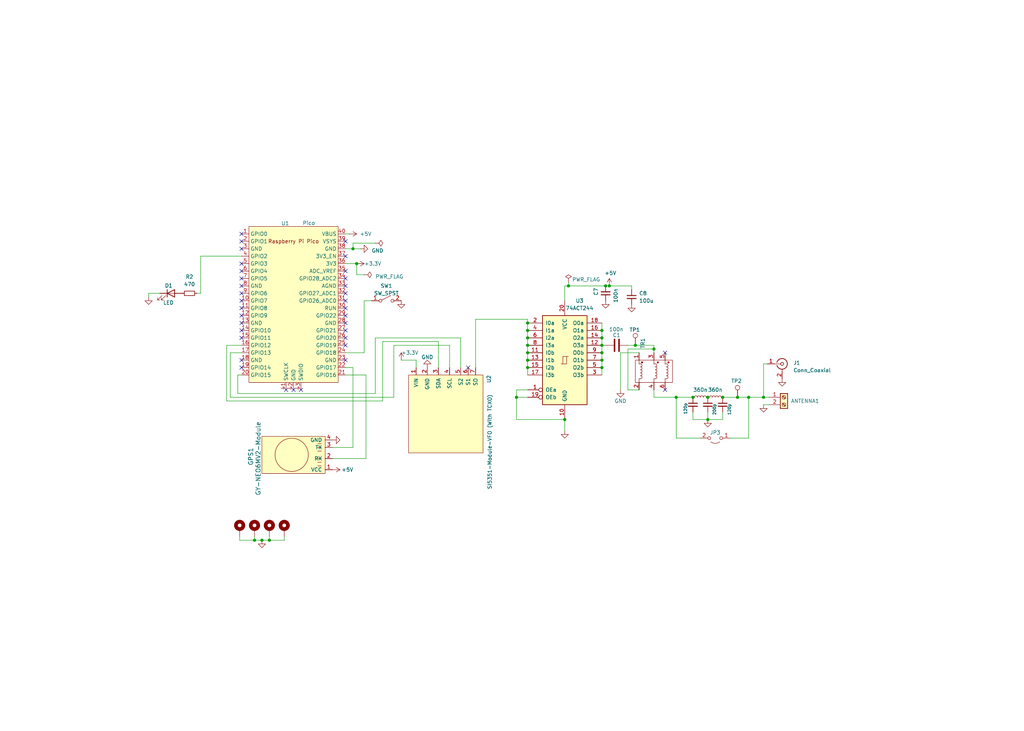
<source format=kicad_sch>
(kicad_sch (version 20230121) (generator eeschema)
  (paper "User" 350.012 250.012)
  (title_block (title "Minimal, reliable, cheap WSPR + FT8 beacon - \"Rogue Radio\"") (date "2023-07-29") (rev "V3-Prod") (company "Dhiru Kholia (VU3CER)"))
  (lib_symbols
    (symbol "74xx:74LS244" (pin_names (offset 1.016))
      (property "Reference" "U" (at -7.62 16.51 0))
      (property "Value" "74LS244" (at -7.62 -16.51 0))
      (symbol "74LS244_1_0"
        (polyline (pts (xy -0.635 -1.27) (xy -0.635 1.27) (xy 0.635 1.27)))
        (polyline (pts (xy -1.27 -1.27) (xy 0.635 -1.27) (xy 0.635 1.27) (xy 1.27 1.27)))
        (pin input inverted (at -12.7 -10.16 0) (length 5.08) (name "OEa") (number "1"))
        (pin power_in line (at 0 -20.32 90) (length 5.08) (name "GND") (number "10"))
        (pin input line (at -12.7 2.54 0) (length 5.08) (name "I0b") (number "11"))
        (pin tri_state line (at 12.7 5.08 180) (length 5.08) (name "O3a") (number "12"))
        (pin input line (at -12.7 0 0) (length 5.08) (name "I1b") (number "13"))
        (pin tri_state line (at 12.7 7.62 180) (length 5.08) (name "O2a") (number "14"))
        (pin input line (at -12.7 -2.54 0) (length 5.08) (name "I2b") (number "15"))
        (pin tri_state line (at 12.7 10.16 180) (length 5.08) (name "O1a") (number "16"))
        (pin input line (at -12.7 -5.08 0) (length 5.08) (name "I3b") (number "17"))
        (pin tri_state line (at 12.7 12.7 180) (length 5.08) (name "O0a") (number "18"))
        (pin input inverted (at -12.7 -12.7 0) (length 5.08) (name "OEb") (number "19"))
        (pin input line (at -12.7 12.7 0) (length 5.08) (name "I0a") (number "2"))
        (pin power_in line (at 0 20.32 270) (length 5.08) (name "VCC") (number "20"))
        (pin tri_state line (at 12.7 -5.08 180) (length 5.08) (name "O3b") (number "3"))
        (pin input line (at -12.7 10.16 0) (length 5.08) (name "I1a") (number "4"))
        (pin tri_state line (at 12.7 -2.54 180) (length 5.08) (name "O2b") (number "5"))
        (pin input line (at -12.7 7.62 0) (length 5.08) (name "I2a") (number "6"))
        (pin tri_state line (at 12.7 0 180) (length 5.08) (name "O1b") (number "7"))
        (pin input line (at -12.7 5.08 0) (length 5.08) (name "I3a") (number "8"))
        (pin tri_state line (at 12.7 2.54 180) (length 5.08) (name "O0b") (number "9"))
      )
      (symbol "74LS244_1_1"
        (rectangle (start -7.62 15.24) (end 7.62 -15.24) (stroke (width 0.254)) (fill (type background)))
      )
    )
    (symbol "Connector:Conn_Coaxial" (pin_names (offset 1.016) hide)
      (property "Reference" "J" (at 0.254 3.048 0))
      (property "Value" "Conn_Coaxial" (at 2.921 0 90))
      (symbol "Conn_Coaxial_0_1"
        (arc (start -1.778 -0.508) (mid 0.2311 -1.8066) (end 1.778 0) (stroke (width 0.254)))
        (polyline (pts (xy -2.54 0) (xy -0.508 0)))
        (polyline (pts (xy 0 -2.54) (xy 0 -1.778)))
        (circle (center 0 0) (radius 0.508) (stroke (width 0.2032)))
        (arc (start 1.778 0) (mid 0.2099 1.8101) (end -1.778 0.508) (stroke (width 0.254)))
      )
      (symbol "Conn_Coaxial_1_1"
        (pin passive line (at -5.08 0 0) (length 2.54) (name "In") (number "1"))
        (pin passive line (at 0 -5.08 90) (length 2.54) (name "Ext") (number "2"))
      )
    )
    (symbol "Connector:Screw_Terminal_01x02" (pin_names (offset 1.016) hide)
      (property "Reference" "J" (at 0 2.54 0))
      (property "Value" "Screw_Terminal_01x02" (at 0 -5.08 0))
      (symbol "Screw_Terminal_01x02_1_1"
        (rectangle (start -1.27 1.27) (end 1.27 -3.81) (stroke (width 0.254)) (fill (type background)))
        (circle (center 0 -2.54) (radius 0.635) (stroke (width 0.1524)))
        (polyline (pts (xy -0.5334 -2.2098) (xy 0.3302 -3.048)) (stroke (width 0.1524)))
        (polyline (pts (xy -0.5334 0.3302) (xy 0.3302 -0.508)) (stroke (width 0.1524)))
        (polyline (pts (xy -0.3556 -2.032) (xy 0.508 -2.8702)) (stroke (width 0.1524)))
        (polyline (pts (xy -0.3556 0.508) (xy 0.508 -0.3302)) (stroke (width 0.1524)))
        (circle (center 0 0) (radius 0.635) (stroke (width 0.1524)))
        (pin passive line (at -5.08 0 0) (length 3.81) (name "Pin_1") (number "1"))
        (pin passive line (at -5.08 -2.54 0) (length 3.81) (name "Pin_2") (number "2"))
      )
    )
    (symbol "Connector:TestPoint" (pin_numbers hide) (pin_names (offset 0.762) hide)
      (property "Reference" "TP" (at 0 6.858 0))
      (property "Value" "TestPoint" (at 0 5.08 0))
      (symbol "TestPoint_0_1"
        (circle (center 0 3.302) (radius 0.762))
      )
      (symbol "TestPoint_1_1"
        (pin passive line (at 0 0 90) (length 2.54) (name "1") (number "1"))
      )
    )
    (symbol "Control-Board-rescue:SI5351Module_2-VFO-SDR_SSB-rescue-Hack-v1-rescue" (pin_names (offset 1.016))
      (property "Reference" "U" (at 0 0 0))
      (property "Value" "SI5351Module_2-VFO-SDR_SSB-rescue-Hack-v1-rescue" (at 0 0 0))
      (symbol "SI5351Module_2-VFO-SDR_SSB-rescue-Hack-v1-rescue_0_1"
        (rectangle (start -12.7 12.7) (end 13.97 -12.7) (fill (type background)))
      )
      (symbol "SI5351Module_2-VFO-SDR_SSB-rescue-Hack-v1-rescue_1_1"
        (pin input line (at -15.24 -10.16 0) (length 2.54) (name "VIN") (number "1"))
        (pin input line (at -15.24 -6.35 0) (length 2.54) (name "GND") (number "2"))
        (pin input line (at -15.24 -2.54 0) (length 2.54) (name "SDA") (number "3"))
        (pin input line (at -15.24 1.27 0) (length 2.54) (name "SCL") (number "4"))
        (pin output line (at -15.24 5.08 0) (length 2.54) (name "S2") (number "5"))
        (pin output line (at -15.24 7.62 0) (length 2.54) (name "S1") (number "6"))
        (pin output line (at -15.24 10.16 0) (length 2.54) (name "SO") (number "7"))
      )
    )
    (symbol "Device:C" (pin_numbers hide) (pin_names (offset 0.254))
      (property "Reference" "C" (at 0.635 2.54 0))
      (property "Value" "C" (at 0.635 -2.54 0))
      (symbol "C_0_1"
        (polyline (pts (xy -2.032 -0.762) (xy 2.032 -0.762)) (stroke (width 0.508)))
        (polyline (pts (xy -2.032 0.762) (xy 2.032 0.762)) (stroke (width 0.508)))
      )
      (symbol "C_1_1"
        (pin passive line (at 0 3.81 270) (length 2.794) (name "~") (number "1"))
        (pin passive line (at 0 -3.81 90) (length 2.794) (name "~") (number "2"))
      )
    )
    (symbol "Device:C_Small" (pin_numbers hide) (pin_names (offset 0.254) hide)
      (property "Reference" "C" (at 0.254 1.778 0))
      (property "Value" "C_Small" (at 0.254 -2.032 0))
      (symbol "C_Small_0_1"
        (polyline (pts (xy -1.524 -0.508) (xy 1.524 -0.508)) (stroke (width 0.3302)))
        (polyline (pts (xy -1.524 0.508) (xy 1.524 0.508)) (stroke (width 0.3048)))
      )
      (symbol "C_Small_1_1"
        (pin passive line (at 0 2.54 270) (length 2.032) (name "~") (number "1"))
        (pin passive line (at 0 -2.54 90) (length 2.032) (name "~") (number "2"))
      )
    )
    (symbol "Device:LED" (pin_numbers hide) (pin_names (offset 1.016) hide)
      (property "Reference" "D" (at 0 2.54 0))
      (property "Value" "LED" (at 0 -2.54 0))
      (symbol "LED_0_1"
        (polyline (pts (xy -1.27 -1.27) (xy -1.27 1.27)) (stroke (width 0.254)))
        (polyline (pts (xy -1.27 0) (xy 1.27 0)))
        (polyline (pts (xy 1.27 -1.27) (xy 1.27 1.27) (xy -1.27 0) (xy 1.27 -1.27)) (stroke (width 0.254)))
        (polyline (pts (xy -3.048 -0.762) (xy -4.572 -2.286) (xy -3.81 -2.286) (xy -4.572 -2.286) (xy -4.572 -1.524)))
        (polyline (pts (xy -1.778 -0.762) (xy -3.302 -2.286) (xy -2.54 -2.286) (xy -3.302 -2.286) (xy -3.302 -1.524)))
      )
      (symbol "LED_1_1"
        (pin passive line (at -3.81 0 0) (length 2.54) (name "K") (number "1"))
        (pin passive line (at 3.81 0 180) (length 2.54) (name "A") (number "2"))
      )
    )
    (symbol "Device:L_Small" (pin_numbers hide) (pin_names (offset 0.254) hide)
      (property "Reference" "L" (at 0.762 1.016 0))
      (property "Value" "L_Small" (at 0.762 -1.016 0))
      (symbol "L_Small_0_1"
        (arc (start 0 -2.032) (mid 0.5058 -1.524) (end 0 -1.016))
        (arc (start 0 -1.016) (mid 0.5058 -0.508) (end 0 0))
        (arc (start 0 0) (mid 0.5058 0.508) (end 0 1.016))
        (arc (start 0 1.016) (mid 0.5058 1.524) (end 0 2.032))
      )
      (symbol "L_Small_1_1"
        (pin passive line (at 0 2.54 270) (length 0.508) (name "~") (number "1"))
        (pin passive line (at 0 -2.54 90) (length 0.508) (name "~") (number "2"))
      )
    )
    (symbol "Device:R_Small" (pin_numbers hide) (pin_names (offset 0.254) hide)
      (property "Reference" "R" (at 0.762 0.508 0))
      (property "Value" "R_Small" (at 0.762 -1.016 0))
      (symbol "R_Small_0_1"
        (rectangle (start -0.762 1.778) (end 0.762 -1.778) (stroke (width 0.2032)))
      )
      (symbol "R_Small_1_1"
        (pin passive line (at 0 2.54 270) (length 0.762) (name "~") (number "1"))
        (pin passive line (at 0 -2.54 90) (length 0.762) (name "~") (number "2"))
      )
    )
    (symbol "GPS-Module:GPS-Module" (pin_names (offset 1.016))
      (property "Reference" "GPS3" (at 11.2522 2.54 0))
      (property "Value" "GY-NEO6MV2-Module" (at 11.2522 -1.27 0))
      (symbol "GPS-Module_0_1"
        (rectangle (start -11.43 7.62) (end 10.16 -5.08) (fill (type background)))
        (polyline (pts (xy -10.16 -2.54) (xy -8.89 -2.54)))
        (polyline (pts (xy -10.16 -1.27) (xy -8.89 -1.27)))
        (polyline (pts (xy -10.16 0) (xy -8.89 0)))
        (polyline (pts (xy -10.16 2.54) (xy -8.89 2.54)))
        (polyline (pts (xy -10.16 3.81) (xy -8.89 3.81)))
        (polyline (pts (xy -10.16 5.08) (xy -8.89 5.08)))
        (circle (center 0 1.27) (radius 5.6896))
      )
      (symbol "GPS-Module_1_1"
        (pin power_in line (at -13.97 6.35 0) (length 2.54) (name "VCC") (number "1"))
        (pin bidirectional line (at -13.97 2.54 0) (length 2.54) (name "RX") (number "2"))
        (pin bidirectional line (at -13.97 -1.27 0) (length 2.54) (name "TX") (number "3"))
        (pin power_in line (at -13.97 -3.81 0) (length 2.54) (name "GND") (number "4"))
      )
    )
    (symbol "Jumper:Jumper_2_Open" (pin_names (offset 0) hide)
      (property "Reference" "JP" (at 0 2.794 0))
      (property "Value" "Jumper_2_Open" (at 0 -2.286 0))
      (symbol "Jumper_2_Open_0_0"
        (circle (center -2.032 0) (radius 0.508))
        (circle (center 2.032 0) (radius 0.508))
      )
      (symbol "Jumper_2_Open_0_1"
        (arc (start 1.524 1.27) (mid 0 1.778) (end -1.524 1.27))
      )
      (symbol "Jumper_2_Open_1_1"
        (pin passive line (at -5.08 0 0) (length 2.54) (name "A") (number "1"))
        (pin passive line (at 5.08 0 180) (length 2.54) (name "B") (number "2"))
      )
    )
    (symbol "Mechanical:MountingHole_Pad" (pin_numbers hide) (pin_names (offset 1.016) hide)
      (property "Reference" "H" (at 0 6.35 0))
      (property "Value" "MountingHole_Pad" (at 0 4.445 0))
      (symbol "MountingHole_Pad_0_1"
        (circle (center 0 1.27) (radius 1.27) (stroke (width 1.27)))
      )
      (symbol "MountingHole_Pad_1_1"
        (pin input line (at 0 -2.54 90) (length 2.54) (name "1") (number "1"))
      )
    )
    (symbol "Switch:SW_SPST" (pin_names (offset 0) hide)
      (property "Reference" "SW" (at 0 3.175 0))
      (property "Value" "SW_SPST" (at 0 -2.54 0))
      (symbol "SW_SPST_0_0"
        (circle (center -2.032 0) (radius 0.508))
        (polyline (pts (xy -1.524 0.254) (xy 1.524 1.778)))
        (circle (center 2.032 0) (radius 0.508))
      )
      (symbol "SW_SPST_1_1"
        (pin passive line (at -5.08 0 0) (length 2.54) (name "A") (number "1"))
        (pin passive line (at 5.08 0 180) (length 2.54) (name "B") (number "2"))
      )
    )
    (symbol "pico_fixed:Pico"
      (property "Reference" "U1" (at 0 31.242 0))
      (property "Value" "Pico" (at 0 28.702 0))
      (symbol "Pico_0_0"
        (text "Raspberry Pi Pico" (at 0 21.59 0) (effects (font (size 1.27 1.27))))
      )
      (symbol "Pico_0_1"
        (rectangle (start -15.24 26.67) (end 15.24 -26.67) (fill (type background)))
      )
      (symbol "Pico_1_1"
        (pin bidirectional line (at -17.78 24.13 0) (length 2.54) (name "GPIO0") (number "1"))
        (pin bidirectional line (at -17.78 1.27 0) (length 2.54) (name "GPIO7") (number "10"))
        (pin bidirectional line (at -17.78 -1.27 0) (length 2.54) (name "GPIO8") (number "11"))
        (pin bidirectional line (at -17.78 -3.81 0) (length 2.54) (name "GPIO9") (number "12"))
        (pin power_in line (at -17.78 -6.35 0) (length 2.54) (name "GND") (number "13"))
        (pin bidirectional line (at -17.78 -8.89 0) (length 2.54) (name "GPIO10") (number "14"))
        (pin bidirectional line (at -17.78 -11.43 0) (length 2.54) (name "GPIO11") (number "15"))
        (pin bidirectional line (at -17.78 -13.97 0) (length 2.54) (name "GPIO12") (number "16"))
        (pin bidirectional line (at -17.78 -16.51 0) (length 2.54) (name "GPIO13") (number "17"))
        (pin power_in line (at -17.78 -19.05 0) (length 2.54) (name "GND") (number "18"))
        (pin bidirectional line (at -17.78 -21.59 0) (length 2.54) (name "GPIO14") (number "19"))
        (pin bidirectional line (at -17.78 21.59 0) (length 2.54) (name "GPIO1") (number "2"))
        (pin bidirectional line (at -17.78 -24.13 0) (length 2.54) (name "GPIO15") (number "20"))
        (pin bidirectional line (at 17.78 -24.13 180) (length 2.54) (name "GPIO16") (number "21"))
        (pin bidirectional line (at 17.78 -21.59 180) (length 2.54) (name "GPIO17") (number "22"))
        (pin power_in line (at 17.78 -19.05 180) (length 2.54) (name "GND") (number "23"))
        (pin bidirectional line (at 17.78 -16.51 180) (length 2.54) (name "GPIO18") (number "24"))
        (pin bidirectional line (at 17.78 -13.97 180) (length 2.54) (name "GPIO19") (number "25"))
        (pin bidirectional line (at 17.78 -11.43 180) (length 2.54) (name "GPIO20") (number "26"))
        (pin bidirectional line (at 17.78 -8.89 180) (length 2.54) (name "GPIO21") (number "27"))
        (pin power_in line (at 17.78 -6.35 180) (length 2.54) (name "GND") (number "28"))
        (pin bidirectional line (at 17.78 -3.81 180) (length 2.54) (name "GPIO22") (number "29"))
        (pin power_in line (at -17.78 19.05 0) (length 2.54) (name "GND") (number "3"))
        (pin input line (at 17.78 -1.27 180) (length 2.54) (name "RUN") (number "30"))
        (pin bidirectional line (at 17.78 1.27 180) (length 2.54) (name "GPIO26_ADC0") (number "31"))
        (pin bidirectional line (at 17.78 3.81 180) (length 2.54) (name "GPIO27_ADC1") (number "32"))
        (pin power_in line (at 17.78 6.35 180) (length 2.54) (name "AGND") (number "33"))
        (pin bidirectional line (at 17.78 8.89 180) (length 2.54) (name "GPIO28_ADC2") (number "34"))
        (pin power_in line (at 17.78 11.43 180) (length 2.54) (name "ADC_VREF") (number "35"))
        (pin power_in line (at 17.78 13.97 180) (length 2.54) (name "3V3") (number "36"))
        (pin input line (at 17.78 16.51 180) (length 2.54) (name "3V3_EN") (number "37"))
        (pin power_in line (at 17.78 19.05 180) (length 2.54) (name "GND") (number "38"))
        (pin power_in line (at 17.78 21.59 180) (length 2.54) (name "VSYS") (number "39"))
        (pin bidirectional line (at -17.78 16.51 0) (length 2.54) (name "GPIO2") (number "4"))
        (pin power_in line (at 17.78 24.13 180) (length 2.54) (name "VBUS") (number "40"))
        (pin input line (at -2.54 -29.21 90) (length 2.54) (name "SWCLK") (number "41"))
        (pin power_in line (at 0 -29.21 90) (length 2.54) (name "GND") (number "42"))
        (pin bidirectional line (at 2.54 -29.21 90) (length 2.54) (name "SWDIO") (number "43"))
        (pin bidirectional line (at -17.78 13.97 0) (length 2.54) (name "GPIO3") (number "5"))
        (pin bidirectional line (at -17.78 11.43 0) (length 2.54) (name "GPIO4") (number "6"))
        (pin bidirectional line (at -17.78 8.89 0) (length 2.54) (name "GPIO5") (number "7"))
        (pin power_in line (at -17.78 6.35 0) (length 2.54) (name "GND") (number "8"))
        (pin bidirectional line (at -17.78 3.81 0) (length 2.54) (name "GPIO6") (number "9"))
      )
    )
    (symbol "power:+3.3V" (power) (pin_names (offset 0))
      (property "Value" "+3.3V" (at 0 3.556 0))
      (symbol "+3.3V_0_1"
        (polyline (pts (xy -0.762 1.27) (xy 0 2.54)))
        (polyline (pts (xy 0 0) (xy 0 2.54)))
        (polyline (pts (xy 0 2.54) (xy 0.762 1.27)))
      )
      (symbol "+3.3V_1_1"
        (pin power_in line (at 0 0 90) (length 0) hide (name "+3.3V") (number "1"))
      )
    )
    (symbol "power:+5V" (power) (pin_names (offset 0))
      (property "Value" "+5V" (at 0 3.556 0))
      (symbol "+5V_0_1"
        (polyline (pts (xy -0.762 1.27) (xy 0 2.54)))
        (polyline (pts (xy 0 0) (xy 0 2.54)))
        (polyline (pts (xy 0 2.54) (xy 0.762 1.27)))
      )
      (symbol "+5V_1_1"
        (pin power_in line (at 0 0 90) (length 0) hide (name "+5V") (number "1"))
      )
    )
    (symbol "power:GND" (power) (pin_names (offset 0))
      (property "Value" "GND" (at 0 -3.81 0))
      (symbol "GND_0_1"
        (polyline (pts (xy 0 0) (xy 0 -1.27) (xy 1.27 -1.27) (xy 0 -2.54) (xy -1.27 -1.27) (xy 0 -1.27)))
      )
      (symbol "GND_1_1"
        (pin power_in line (at 0 0 270) (length 0) hide (name "GND") (number "1"))
      )
    )
    (symbol "power:PWR_FLAG" (power) (pin_numbers hide) (pin_names (offset 0) hide)
      (property "Value" "PWR_FLAG" (at 0 3.81 0))
      (symbol "PWR_FLAG_0_0"
        (pin power_out line (at 0 0 90) (length 0) (name "pwr") (number "1"))
      )
      (symbol "PWR_FLAG_0_1"
        (polyline (pts (xy 0 0) (xy 0 1.27) (xy -1.016 1.905) (xy 0 2.54) (xy 1.016 1.905) (xy 0 1.27)))
      )
    )
    (symbol "t2-613-1+:T2-613-1+" (pin_names (offset 0.254) hide)
      (property "Reference" "TR1" (at -11.43 1.27 0))
      (symbol "T2-613-1+_0_1"
        (rectangle (start -3.81 3.81) (end 3.81 -8.89))
        (circle (center -3.048 -7.5184) (radius 0.254) (fill (type outline)))
        (circle (center -3.048 -3.8608) (radius 0.254) (fill (type outline)))
        (circle (center -3.048 1.524) (radius 0.254) (fill (type outline)))
        (arc (start -2.54 -6.858) (mid -2.032 -7.3638) (end -1.524 -6.858))
        (arc (start -2.54 -3.048) (mid -2.032 -3.5538) (end -1.524 -3.048))
        (arc (start -2.54 2.032) (mid -2.032 1.5262) (end -1.524 2.032))
        (arc (start -1.524 -6.858) (mid -1.016 -7.3638) (end -0.508 -6.858))
        (arc (start -1.524 -3.048) (mid -1.016 -3.5538) (end -0.508 -3.048))
        (arc (start -1.524 2.032) (mid -1.016 1.5262) (end -0.508 2.032))
        (arc (start -0.508 -6.858) (mid 0 -7.3638) (end 0.508 -6.858))
        (arc (start -0.508 -3.048) (mid 0 -3.5538) (end 0.508 -3.048))
        (arc (start -0.508 2.032) (mid 0 1.5262) (end 0.508 2.032))
        (polyline (pts (xy -2.54 -6.858) (xy -2.54 -6.35)))
        (polyline (pts (xy -2.54 -6.35) (xy -3.81 -6.35)))
        (polyline (pts (xy -2.54 -3.048) (xy -2.54 -2.54)))
        (polyline (pts (xy -2.54 -2.54) (xy -3.81 -2.54)))
        (polyline (pts (xy -2.54 2.032) (xy -2.54 2.54)))
        (polyline (pts (xy -2.54 2.54) (xy -3.81 2.54)))
        (polyline (pts (xy 2.54 -6.858) (xy 2.54 -6.35)))
        (polyline (pts (xy 2.54 -6.35) (xy 3.81 -6.35)))
        (polyline (pts (xy 2.54 -3.048) (xy 2.54 -2.54)))
        (polyline (pts (xy 2.54 2.54) (xy 2.54 2.032)))
        (polyline (pts (xy 2.54 2.54) (xy 5.08 2.54)))
        (polyline (pts (xy 3.81 -2.54) (xy 2.54 -2.54)))
        (polyline (pts (xy 6.35 2.54) (xy 5.08 2.54)))
        (arc (start 0.508 -6.858) (mid 1.016 -7.3638) (end 1.524 -6.858))
        (arc (start 0.508 -3.048) (mid 1.016 -3.5538) (end 1.524 -3.048))
        (arc (start 0.508 2.032) (mid 1.016 1.5262) (end 1.524 2.032))
        (arc (start 1.524 -6.858) (mid 2.032 -7.3638) (end 2.54 -6.858))
        (arc (start 1.524 -3.048) (mid 2.032 -3.5538) (end 2.54 -3.048))
        (arc (start 1.524 2.032) (mid 2.032 1.5262) (end 2.54 2.032))
      )
      (symbol "T2-613-1+_1_1"
        (pin passive line (at -6.35 2.54 0) (length 2.54) (name "1") (number "1"))
        (pin passive line (at 6.35 2.54 180) (length 2.54) (name "2") (number "2"))
        (pin passive line (at -6.35 -2.54 0) (length 2.54) (name "3") (number "3"))
        (pin passive line (at 6.35 -2.54 180) (length 2.54) (name "4") (number "4"))
        (pin passive line (at -6.35 -6.35 0) (length 2.54) (name "5") (number "5"))
        (pin passive line (at 6.35 -6.35 180) (length 2.54) (name "6") (number "6"))
      )
    )
  )
  (junction (at 247.015 135.89))
  (junction (at 207.01 97.79))
  (junction (at 205.74 113.03))
  (junction (at 194.31 97.79))
  (junction (at 205.74 120.65))
  (junction (at 180.34 125.73))
  (junction (at 86.995 184.785))
  (junction (at 121.92 90.17))
  (junction (at 89.535 184.785))
  (junction (at 255.905 135.89))
  (junction (at 231.14 135.89))
  (junction (at 236.855 135.89))
  (junction (at 217.17 118.11))
  (junction (at 180.34 115.57))
  (junction (at 260.985 135.89))
  (junction (at 208.28 97.79))
  (junction (at 205.74 115.57))
  (junction (at 193.04 143.51))
  (junction (at 205.74 123.19))
  (junction (at 205.74 125.73))
  (junction (at 180.34 123.19))
  (junction (at 180.34 110.49))
  (junction (at 180.34 118.11))
  (junction (at 252.095 135.89))
  (junction (at 180.34 113.03))
  (junction (at 223.52 119.38))
  (junction (at 241.935 143.51))
  (junction (at 180.34 120.65))
  (junction (at 92.075 184.785))
  (junction (at 120.65 85.09))
  (junction (at 176.53 135.89))
  (junction (at 205.74 118.11))
  (junction (at 241.935 135.89))
  (no_connect (at 82.55 123.19))
  (no_connect (at 82.55 105.41))
  (no_connect (at 118.11 82.55))
  (no_connect (at 118.11 92.71))
  (no_connect (at 118.11 95.25))
  (no_connect (at 118.11 100.33))
  (no_connect (at 118.11 102.87))
  (no_connect (at 118.11 105.41))
  (no_connect (at 118.11 107.95))
  (no_connect (at 118.11 97.79))
  (no_connect (at 82.55 107.95))
  (no_connect (at 102.87 133.35))
  (no_connect (at 118.11 87.63))
  (no_connect (at 82.55 80.01))
  (no_connect (at 82.55 100.33))
  (no_connect (at 82.55 95.25))
  (no_connect (at 82.55 102.87))
  (no_connect (at 100.33 133.35))
  (no_connect (at 82.55 113.03))
  (no_connect (at 82.55 125.73))
  (no_connect (at 118.11 118.11))
  (no_connect (at 118.11 115.57))
  (no_connect (at 118.11 113.03))
  (no_connect (at 82.55 115.57))
  (no_connect (at 227.33 120.65))
  (no_connect (at 82.55 110.49))
  (no_connect (at 118.11 110.49))
  (no_connect (at 97.79 133.35))
  (no_connect (at 160.02 125.73))
  (no_connect (at 118.11 123.19))
  (no_connect (at 82.55 85.09))
  (no_connect (at 82.55 82.55))
  (no_connect (at 227.33 133.35))
  (no_connect (at 82.55 97.79))
  (no_connect (at 82.55 90.17))
  (no_connect (at 82.55 92.71))
  (wire (pts (xy 223.52 120.65) (xy 223.52 119.38)))
  (wire (pts (xy 125.095 128.27) (xy 118.11 128.27)))
  (wire (pts (xy 205.74 118.11) (xy 205.74 120.65)))
  (wire (pts (xy 212.09 120.65) (xy 212.09 133.35)))
  (wire (pts (xy 120.65 125.73) (xy 118.11 125.73)))
  (wire (pts (xy 180.34 123.19) (xy 180.34 125.73)))
  (wire (pts (xy 255.905 149.86) (xy 249.555 149.86)))
  (wire (pts (xy 231.14 135.89) (xy 231.14 149.86)))
  (wire (pts (xy 205.74 110.49) (xy 205.74 113.03)))
  (wire (pts (xy 120.65 85.09) (xy 123.19 85.09)))
  (wire (pts (xy 180.34 109.22) (xy 162.56 109.22)))
  (wire (pts (xy 81.28 134.62) (xy 128.27 134.62)))
  (wire (pts (xy 231.14 149.86) (xy 239.395 149.86)))
  (wire (pts (xy 92.075 184.785) (xy 97.155 184.785)))
  (wire (pts (xy 128.27 115.57) (xy 128.27 134.62)))
  (wire (pts (xy 205.74 125.73) (xy 205.74 123.19)))
  (wire (pts (xy 205.74 115.57) (xy 205.74 118.11)))
  (wire (pts (xy 124.46 120.65) (xy 124.46 102.87)))
  (wire (pts (xy 193.04 97.79) (xy 194.31 97.79)))
  (wire (pts (xy 247.015 135.89) (xy 252.095 135.89)))
  (wire (pts (xy 255.905 135.89) (xy 255.905 149.86)))
  (wire (pts (xy 50.8 100.33) (xy 50.8 101.6)))
  (wire (pts (xy 92.075 183.515) (xy 92.075 184.785)))
  (wire (pts (xy 118.11 90.17) (xy 121.92 90.17)))
  (wire (pts (xy 121.92 90.17) (xy 121.92 93.98)))
  (wire (pts (xy 223.52 135.89) (xy 231.14 135.89)))
  (wire (pts (xy 180.34 115.57) (xy 180.34 113.03)))
  (wire (pts (xy 81.28 128.27) (xy 81.28 134.62)))
  (wire (pts (xy 231.14 135.89) (xy 236.855 135.89)))
  (wire (pts (xy 134.62 118.11) (xy 134.62 135.89)))
  (wire (pts (xy 193.04 97.79) (xy 193.04 102.87)))
  (wire (pts (xy 86.995 183.515) (xy 86.995 184.785)))
  (wire (pts (xy 149.86 125.73) (xy 149.86 116.84)))
  (wire (pts (xy 217.17 118.11) (xy 223.52 118.11)))
  (wire (pts (xy 82.55 87.63) (xy 68.58 87.63)))
  (wire (pts (xy 89.535 184.785) (xy 92.075 184.785)))
  (wire (pts (xy 223.52 133.35) (xy 223.52 135.89)))
  (wire (pts (xy 120.65 83.185) (xy 120.65 85.09)))
  (wire (pts (xy 194.31 96.52) (xy 194.31 97.79)))
  (wire (pts (xy 176.53 133.35) (xy 176.53 135.89)))
  (wire (pts (xy 223.52 119.38) (xy 223.52 118.11)))
  (wire (pts (xy 54.61 100.33) (xy 50.8 100.33)))
  (wire (pts (xy 208.28 97.79) (xy 215.9 97.79)))
  (wire (pts (xy 205.74 120.65) (xy 205.74 123.19)))
  (wire (pts (xy 120.65 153.035) (xy 120.65 125.73)))
  (wire (pts (xy 82.55 118.11) (xy 77.47 118.11)))
  (wire (pts (xy 86.995 184.785) (xy 89.535 184.785)))
  (wire (pts (xy 215.9 97.79) (xy 215.9 99.06)))
  (wire (pts (xy 137.16 123.19) (xy 142.24 123.19)))
  (wire (pts (xy 180.34 110.49) (xy 180.34 113.03)))
  (wire (pts (xy 67.31 100.33) (xy 68.58 100.33)))
  (wire (pts (xy 236.855 140.97) (xy 236.855 143.51)))
  (wire (pts (xy 180.34 120.65) (xy 180.34 118.11)))
  (wire (pts (xy 241.935 143.51) (xy 247.015 143.51)))
  (wire (pts (xy 82.55 120.65) (xy 78.74 120.65)))
  (wire (pts (xy 260.985 138.43) (xy 262.89 138.43)))
  (wire (pts (xy 118.11 80.01) (xy 119.38 80.01)))
  (wire (pts (xy 78.74 120.65) (xy 78.74 135.89)))
  (wire (pts (xy 125.095 156.845) (xy 125.095 128.27)))
  (wire (pts (xy 162.56 109.22) (xy 162.56 125.73)))
  (wire (pts (xy 118.11 85.09) (xy 120.65 85.09)))
  (wire (pts (xy 214.63 118.11) (xy 217.17 118.11)))
  (wire (pts (xy 176.53 143.51) (xy 193.04 143.51)))
  (wire (pts (xy 142.24 123.19) (xy 142.24 125.73)))
  (wire (pts (xy 118.11 120.65) (xy 124.46 120.65)))
  (wire (pts (xy 214.63 133.35) (xy 218.44 133.35)))
  (wire (pts (xy 68.58 87.63) (xy 68.58 100.33)))
  (wire (pts (xy 194.31 97.79) (xy 207.01 97.79)))
  (wire (pts (xy 124.46 102.87) (xy 127 102.87)))
  (wire (pts (xy 77.47 137.16) (xy 130.81 137.16)))
  (wire (pts (xy 205.74 118.11) (xy 207.01 118.11)))
  (wire (pts (xy 212.09 120.65) (xy 218.44 120.65)))
  (wire (pts (xy 113.665 156.845) (xy 125.095 156.845)))
  (wire (pts (xy 97.155 183.515) (xy 97.155 184.785)))
  (wire (pts (xy 193.04 143.51) (xy 193.04 147.32)))
  (wire (pts (xy 180.34 110.49) (xy 180.34 109.22)))
  (wire (pts (xy 214.63 119.38) (xy 223.52 119.38)))
  (wire (pts (xy 260.985 135.89) (xy 262.89 135.89)))
  (wire (pts (xy 180.34 120.65) (xy 180.34 123.19)))
  (wire (pts (xy 157.48 125.73) (xy 157.48 115.57)))
  (wire (pts (xy 81.28 128.27) (xy 82.55 128.27)))
  (wire (pts (xy 130.81 116.84) (xy 130.81 137.16)))
  (wire (pts (xy 81.915 183.515) (xy 81.915 184.785)))
  (wire (pts (xy 134.62 118.11) (xy 153.67 118.11)))
  (wire (pts (xy 176.53 135.89) (xy 176.53 143.51)))
  (wire (pts (xy 180.34 125.73) (xy 180.34 128.27)))
  (wire (pts (xy 252.095 135.89) (xy 255.905 135.89)))
  (wire (pts (xy 214.63 133.35) (xy 214.63 119.38)))
  (wire (pts (xy 260.985 124.46) (xy 260.985 135.89)))
  (wire (pts (xy 180.34 115.57) (xy 180.34 118.11)))
  (wire (pts (xy 241.935 140.97) (xy 241.935 143.51)))
  (wire (pts (xy 247.015 140.97) (xy 247.015 143.51)))
  (wire (pts (xy 128.27 83.185) (xy 120.65 83.185)))
  (wire (pts (xy 207.01 97.79) (xy 208.28 97.79)))
  (wire (pts (xy 236.855 143.51) (xy 241.935 143.51)))
  (wire (pts (xy 180.34 135.89) (xy 176.53 135.89)))
  (wire (pts (xy 81.915 184.785) (xy 86.995 184.785)))
  (wire (pts (xy 121.92 93.98) (xy 124.46 93.98)))
  (wire (pts (xy 77.47 118.11) (xy 77.47 137.16)))
  (wire (pts (xy 113.665 153.035) (xy 120.65 153.035)))
  (wire (pts (xy 205.74 125.73) (xy 205.74 128.27)))
  (wire (pts (xy 262.255 124.46) (xy 260.985 124.46)))
  (wire (pts (xy 157.48 115.57) (xy 128.27 115.57)))
  (wire (pts (xy 153.67 118.11) (xy 153.67 125.73)))
  (wire (pts (xy 78.74 135.89) (xy 134.62 135.89)))
  (wire (pts (xy 130.81 116.84) (xy 149.86 116.84)))
  (wire (pts (xy 205.74 115.57) (xy 205.74 113.03)))
  (wire (pts (xy 255.905 135.89) (xy 260.985 135.89)))
  (wire (pts (xy 180.34 133.35) (xy 176.53 133.35)))
  (symbol (lib_id "Control-Board-rescue:SI5351Module_2-VFO-SDR_SSB-rescue-Hack-v1-rescue") (at 152.4 140.97 270) (unit 1)
    (property "Reference" "U2" (at 167.132 128.27 0) (effects (justify left)))
    (property "Value" "SI5351-Module-VFO (With TCXO)" (at 167.386 134.874 0) (effects (justify left)))
    (property "Footprint" "footprints:SI5351 Module" (effects hide))
    (property "Populate" "no" (effects hide))
    (property "URL" "https://www.adafruit.com/product/2045" (effects hide))
  )
  (symbol (lib_id "power:GND") (at 146.05 125.73 180) (unit 1)
    (property "Reference" "#PWR0108" (effects hide))
    (property "Value" "GND" (at 146.05 122.174 0))
  )
  (symbol (lib_id "power:GND") (at 260.985 138.43 0) (mirror y) (unit 1)
    (property "Reference" "#PWR0102" (effects hide))
    (property "Value" "GND" (effects hide))
  )
  (symbol (lib_id "power:+3.3V") (at 121.92 90.17 270) (unit 1)
    (property "Reference" "#PWR012" (effects hide))
    (property "Value" "+3.3V" (at 124.46 90.17 90) (effects (justify left)))
  )
  (symbol (lib_id "t2-613-1+:T2-613-1+") (at 220.98 127 90) (mirror x) (unit 1)
    (property "Reference" "TR1" (at 219.71 115.57 0) (effects (justify left)))
    (property "Value" "T2-613-1+" (effects hide))
    (property "Footprint" "footprints:KK81" (effects hide))
    (property "URL" "https://www.minicircuits.com/WebStore/dashboard.html?model=T2-613-1-KK81%2B" (effects hide))
  )
  (symbol (lib_id "power:GND") (at 212.09 133.35 0) (mirror y) (unit 1)
    (property "Reference" "#PWR09" (effects hide))
    (property "Value" "GND" (at 212.09 137.16 0))
  )
  (symbol (lib_id "GPS-Module:GPS-Module") (at 99.695 154.305 180) (unit 1)
    (property "Reference" "GPS1" (at 85.725 153.035 90) (effects (font (size 1.524 1.524)) (justify left)))
    (property "Value" "GY-NEO6MV2-Module" (at 88.265 144.145 90) (effects (font (size 1.524 1.524)) (justify left)))
    (property "Footprint" "Connector_PinSocket_2.54mm:PinSocket_1x04_P2.54mm_Vertical" (effects hide))
    (property "Populate" "no" (effects hide))
    (property "URL" "https://quartzcomponents.com/products/neo6mv2-gps-module-with-flight-controller" (effects hide))
  )
  (symbol (lib_id "Connector:TestPoint") (at 217.17 118.11 0) (unit 1)
    (property "Reference" "TP1" (at 218.7956 112.8268 0) (effects (justify right)))
    (property "Value" "TestPoint" (effects hide))
    (property "Footprint" "TestPoint:TestPoint_Pad_1.5x1.5mm" (effects hide))
    (property "Populate" "no" (effects hide))
    (property "URL" "https://robu.in/product/1x40-berg-strip-male-connector/" (effects hide))
  )
  (symbol (lib_id "power:GND") (at 215.9 104.14 0) (unit 1)
    (property "Reference" "#PWR08" (effects hide))
    (property "Value" "GNDPWR" (effects hide))
  )
  (symbol (lib_id "power:PWR_FLAG") (at 194.31 96.52 0) (unit 1)
    (property "Reference" "#FLG0101" (effects hide))
    (property "Value" "PWR_FLAG" (at 200.3552 95.6056 0))
  )
  (symbol (lib_id "power:GND") (at 193.04 147.32 0) (unit 1)
    (property "Reference" "#PWR05" (effects hide))
    (property "Value" "GNDPWR" (effects hide))
  )
  (symbol (lib_id "Mechanical:MountingHole_Pad") (at 92.075 180.975 0) (unit 1)
    (property "Reference" "H3" (effects hide))
    (property "Value" "MountingHole_Pad" (effects hide))
    (property "Footprint" "MountingHole:MountingHole_3.2mm_M3_Pad_Via" (effects hide))
  )
  (symbol (lib_id "power:PWR_FLAG") (at 124.46 93.98 270) (unit 1)
    (property "Reference" "#FLG02" (effects hide))
    (property "Value" "PWR_FLAG" (at 128.27 94.615 90) (effects (justify left)))
  )
  (symbol (lib_id "power:GND") (at 123.19 85.09 90) (unit 1)
    (property "Reference" "#PWR03" (effects hide))
    (property "Value" "GND" (at 127 85.725 90) (effects (justify right)))
  )
  (symbol (lib_id "Jumper:Jumper_2_Open") (at 244.475 149.86 180) (unit 1)
    (property "Reference" "JP3" (at 244.475 147.955 0))
    (property "Value" "Jumper_2_Open" (effects hide))
    (property "Footprint" "Jumper:SolderJumper-2_P1.3mm_Open_TrianglePad1.0x1.5mm" (effects hide))
  )
  (symbol (lib_id "Mechanical:MountingHole_Pad") (at 81.915 180.975 0) (unit 1)
    (property "Reference" "H1" (effects hide))
    (property "Value" "MountingHole_Pad" (effects hide))
    (property "Footprint" "MountingHole:MountingHole_3.2mm_M3_Pad_Via" (effects hide))
  )
  (symbol (lib_id "Device:L_Small") (at 239.395 135.89 90) (unit 1)
    (property "Reference" "L1" (effects hide))
    (property "Value" "360n" (at 239.395 133.35 90))
    (property "Footprint" "Inductor_SMD:L_1008_2520Metric_Pad1.43x2.20mm_HandSolder" (effects hide))
  )
  (symbol (lib_id "Device:C_Small") (at 215.9 101.6 0) (unit 1)
    (property "Reference" "C8" (at 218.44 100.3363 0) (effects (justify left)))
    (property "Value" "100u" (at 218.44 102.8763 0) (effects (justify left)))
    (property "Footprint" "Capacitor_SMD:C_1206_3216Metric_Pad1.33x1.80mm_HandSolder" (effects hide))
    (property "URL" "https://www.digikey.com/en/products/detail/rubycon/16ZLH100MEFC5X11/3134106" (effects hide))
  )
  (symbol (lib_id "Connector:TestPoint") (at 252.095 135.89 0) (unit 1)
    (property "Reference" "TP2" (at 253.5682 130.302 0) (effects (justify right)))
    (property "Value" "TestPoint" (effects hide))
    (property "Footprint" "TestPoint:TestPoint_Pad_1.5x1.5mm" (effects hide))
    (property "Populate" "no" (effects hide))
    (property "URL" "https://robu.in/product/1x40-berg-strip-male-connector/" (effects hide))
  )
  (symbol (lib_id "power:GND") (at 137.16 102.87 0) (unit 1)
    (property "Reference" "#PWR0106" (effects hide))
    (property "Value" "GND" (effects hide))
  )
  (symbol (lib_id "power:GND") (at 50.8 101.6 0) (unit 1)
    (property "Reference" "#PWR011" (effects hide))
    (property "Value" "GND" (effects hide))
  )
  (symbol (lib_id "Connector:Screw_Terminal_01x02") (at 267.97 135.89 0) (unit 1)
    (property "Reference" "ANTENNA1" (at 270.3068 137.1599 0) (effects (justify left)))
    (property "Value" "Screw_Terminal_01x02" (effects hide))
    (property "Footprint" "TerminalBlock:TerminalBlock_bornier-2_P5.08mm" (effects hide))
    (property "Populate" "no" (effects hide))
    (property "URL" "https://www.digikey.com/en/products/detail/weidm%C3%BCller/1760510000/459739" (effects hide))
  )
  (symbol (lib_id "Device:C_Small") (at 241.935 138.43 0) (unit 1)
    (property "Reference" "C5" (effects hide))
    (property "Value" "200p" (at 244.221 141.986 90) (effects (font (size 1 1)) (justify left)))
    (property "Footprint" "Capacitor_SMD:C_0805_2012Metric_Pad1.18x1.45mm_HandSolder" (effects hide))
  )
  (symbol (lib_id "Switch:SW_SPST") (at 132.08 102.87 0) (unit 1)
    (property "Reference" "SW1" (at 132.08 97.79 0))
    (property "Value" "SW_SPST" (at 132.08 100.33 0))
    (property "Footprint" "Connector_PinSocket_2.54mm:PinSocket_1x02_P2.54mm_Vertical" (effects hide))
  )
  (symbol (lib_id "power:GND") (at 241.935 143.51 0) (mirror y) (unit 1)
    (property "Reference" "#PWR01" (effects hide))
    (property "Value" "GND" (effects hide))
  )
  (symbol (lib_id "power:GND") (at 267.335 129.54 0) (mirror y) (unit 1)
    (property "Reference" "#PWR0107" (effects hide))
    (property "Value" "GND" (effects hide))
  )
  (symbol (lib_id "Device:R_Small") (at 64.77 100.33 270) (unit 1)
    (property "Reference" "R2" (at 64.77 94.6912 90))
    (property "Value" "470" (at 64.77 97.2312 90))
    (property "Footprint" "Resistor_SMD:R_1206_3216Metric_Pad1.30x1.75mm_HandSolder" (effects hide))
    (property "URL" "https://www.digikey.com/en/products/detail/yageo/MF0207FRE52-470R/9125108" (effects hide))
  )
  (symbol (lib_id "Mechanical:MountingHole_Pad") (at 97.155 180.975 0) (unit 1)
    (property "Reference" "H4" (effects hide))
    (property "Value" "MountingHole_Pad" (effects hide))
    (property "Footprint" "MountingHole:MountingHole_3.2mm_M3_Pad_Via" (effects hide))
  )
  (symbol (lib_id "Connector:Conn_Coaxial") (at 267.335 124.46 0) (unit 1)
    (property "Reference" "J1" (at 271.145 124.1182 0) (effects (justify left)))
    (property "Value" "Conn_Coaxial" (at 271.145 126.6582 0) (effects (justify left)))
    (property "Footprint" "Connector_Coaxial:SMA_Samtec_SMA-J-P-X-ST-EM1_EdgeMount" (effects hide))
    (property "Datasheet" " ~" (effects hide))
  )
  (symbol (lib_id "power:GND") (at 89.535 184.785 0) (unit 1)
    (property "Reference" "#PWR0105" (effects hide))
    (property "Value" "GND" (effects hide))
  )
  (symbol (lib_id "Device:C_Small") (at 236.855 138.43 0) (unit 1)
    (property "Reference" "C4" (effects hide))
    (property "Value" "120p" (at 234.315 141.732 90) (effects (font (size 1 1)) (justify left)))
    (property "Footprint" "Capacitor_SMD:C_0805_2012Metric_Pad1.18x1.45mm_HandSolder" (effects hide))
  )
  (symbol (lib_id "power:+5V") (at 119.38 80.01 270) (unit 1)
    (property "Reference" "#PWR0101" (effects hide))
    (property "Value" "+5V" (at 122.936 80.01 90) (effects (justify left)))
  )
  (symbol (lib_id "Device:C_Small") (at 207.01 100.33 180) (unit 1)
    (property "Reference" "C7" (at 203.708 99.7712 90))
    (property "Value" "100n" (at 210.4644 101.092 90))
    (property "Footprint" "Capacitor_SMD:C_1206_3216Metric_Pad1.33x1.80mm_HandSolder" (effects hide))
    (property "Populate" "no" (effects hide))
    (property "URL" "https://www.digikey.com/en/products/detail/vishay-beyschlag-draloric-bc-components/K104K15X7RF5TL2/286538" (effects hide))
  )
  (symbol (lib_id "pico_fixed:Pico") (at 100.33 104.14 0) (unit 1)
    (property "Reference" "U1" (at 97.4852 76.4032 0))
    (property "Value" "Pico" (at 105.5624 76.3016 0))
    (property "Footprint" "footprints:RPi_Pico_SMD_TH" (effects hide))
    (property "Populate" "no" (effects hide))
    (property "URL" "https://www.digikey.com/en/products/detail/raspberry-pi/SC0918/16608263" (effects hide))
  )
  (symbol (lib_id "74xx:74LS244") (at 193.04 123.19 0) (unit 1)
    (property "Reference" "U3" (at 198.12 102.87 0))
    (property "Value" "74ACT244" (at 198.12 105.41 0))
    (property "Footprint" "Package_DIP:DIP-20_W7.62mm_LongPads" (effects hide))
    (property "Datasheet" "https://www.ti.com/product/SN74ACT244" (effects hide))
    (property "Populate" "no" (effects hide))
    (property "URL" "https://www.digikey.com/en/products/detail/texas-instruments/SN74ACT244N/375910" (effects hide))
  )
  (symbol (lib_id "Device:C_Small") (at 247.015 138.43 0) (unit 1)
    (property "Reference" "C6" (effects hide))
    (property "Value" "120p" (at 249.301 141.986 90) (effects (font (size 1 1)) (justify left)))
    (property "Footprint" "Capacitor_SMD:C_0805_2012Metric_Pad1.18x1.45mm_HandSolder" (effects hide))
  )
  (symbol (lib_id "power:GND") (at 113.665 150.495 90) (unit 1)
    (property "Reference" "#PWR014" (effects hide))
    (property "Value" "GND" (effects hide))
  )
  (symbol (lib_id "Device:C") (at 210.82 118.11 270) (unit 1)
    (property "Reference" "C1" (at 210.7692 114.6556 90))
    (property "Value" "100n" (at 210.6422 112.6744 90))
    (property "Footprint" "Capacitor_SMD:C_1206_3216Metric_Pad1.33x1.80mm_HandSolder" (effects hide))
    (property "Populate" "no" (effects hide))
    (property "URL" "https://www.digikey.com/en/products/detail/vishay-beyschlag-draloric-bc-components/K104K15X7RF5TL2/286538" (effects hide))
  )
  (symbol (lib_id "power:+3.3V") (at 137.16 123.19 0) (unit 1)
    (property "Reference" "#PWR013" (effects hide))
    (property "Value" "+3.3V" (at 137.16 120.65 0) (effects (justify left)))
  )
  (symbol (lib_id "Device:L_Small") (at 244.475 135.89 90) (unit 1)
    (property "Reference" "L2" (effects hide))
    (property "Value" "360n" (at 244.475 133.35 90))
    (property "Footprint" "Inductor_SMD:L_1008_2520Metric_Pad1.43x2.20mm_HandSolder" (effects hide))
  )
  (symbol (lib_id "Mechanical:MountingHole_Pad") (at 86.995 180.975 0) (unit 1)
    (property "Reference" "H2" (effects hide))
    (property "Value" "MountingHole_Pad" (effects hide))
    (property "Footprint" "MountingHole:MountingHole_3.2mm_M3_Pad_Via" (effects hide))
  )
  (symbol (lib_id "power:+5V") (at 113.665 160.655 270) (unit 1)
    (property "Reference" "#PWR015" (effects hide))
    (property "Value" "+5V" (at 118.745 160.655 90))
  )
  (symbol (lib_id "power:+5V") (at 208.28 97.79 0) (unit 1)
    (property "Reference" "#PWR07" (effects hide))
    (property "Value" "+5V" (at 208.661 93.3958 0))
  )
  (symbol (lib_id "power:PWR_FLAG") (at 128.27 83.185 270) (unit 1)
    (property "Reference" "#FLG01" (effects hide))
    (property "Value" "PWR_FLAG" (effects hide))
  )
  (symbol (lib_id "Device:LED") (at 58.42 100.33 0) (unit 1)
    (property "Reference" "D1" (at 57.658 97.6884 0))
    (property "Value" "LED" (at 57.5564 103.5304 0))
    (property "Footprint" "LED_THT:LED_D3.0mm" (effects hide))
  )
  (symbol (lib_id "power:GND") (at 207.01 102.87 0) (unit 1)
    (property "Reference" "#PWR06" (effects hide))
    (property "Value" "GNDPWR" (effects hide))
  )
)
</source>
